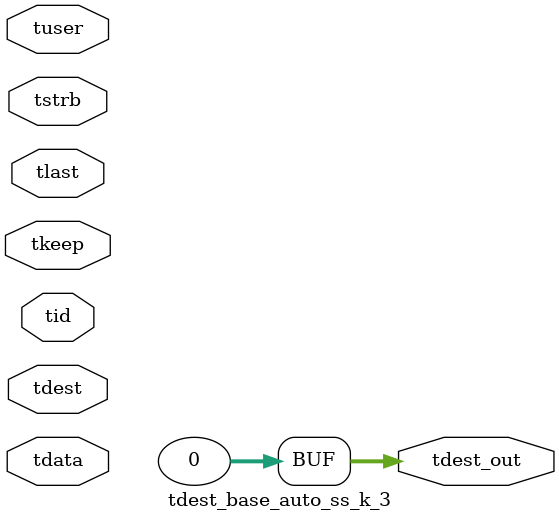
<source format=v>


`timescale 1ps/1ps

module tdest_base_auto_ss_k_3 #
(
parameter C_S_AXIS_TDATA_WIDTH = 32,
parameter C_S_AXIS_TUSER_WIDTH = 0,
parameter C_S_AXIS_TID_WIDTH   = 0,
parameter C_S_AXIS_TDEST_WIDTH = 0,
parameter C_M_AXIS_TDEST_WIDTH = 32
)
(
input  [(C_S_AXIS_TDATA_WIDTH == 0 ? 1 : C_S_AXIS_TDATA_WIDTH)-1:0     ] tdata,
input  [(C_S_AXIS_TUSER_WIDTH == 0 ? 1 : C_S_AXIS_TUSER_WIDTH)-1:0     ] tuser,
input  [(C_S_AXIS_TID_WIDTH   == 0 ? 1 : C_S_AXIS_TID_WIDTH)-1:0       ] tid,
input  [(C_S_AXIS_TDEST_WIDTH == 0 ? 1 : C_S_AXIS_TDEST_WIDTH)-1:0     ] tdest,
input  [(C_S_AXIS_TDATA_WIDTH/8)-1:0 ] tkeep,
input  [(C_S_AXIS_TDATA_WIDTH/8)-1:0 ] tstrb,
input                                                                    tlast,
output [C_M_AXIS_TDEST_WIDTH-1:0] tdest_out
);

assign tdest_out = {1'b0};

endmodule


</source>
